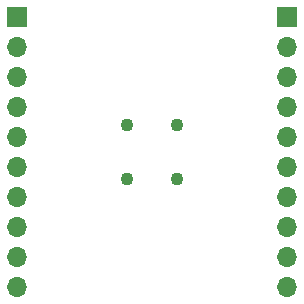
<source format=gbr>
%TF.GenerationSoftware,KiCad,Pcbnew,7.0.5-0*%
%TF.CreationDate,2023-08-22T15:56:52-04:00*%
%TF.ProjectId,SiPM chip carrier,5369504d-2063-4686-9970-206361727269,rev?*%
%TF.SameCoordinates,Original*%
%TF.FileFunction,Soldermask,Top*%
%TF.FilePolarity,Negative*%
%FSLAX46Y46*%
G04 Gerber Fmt 4.6, Leading zero omitted, Abs format (unit mm)*
G04 Created by KiCad (PCBNEW 7.0.5-0) date 2023-08-22 15:56:52*
%MOMM*%
%LPD*%
G01*
G04 APERTURE LIST*
%ADD10C,1.100000*%
%ADD11R,1.700000X1.700000*%
%ADD12O,1.700000X1.700000*%
G04 APERTURE END LIST*
D10*
%TO.C,D1*%
X52138000Y-52338000D03*
X52138000Y-47738000D03*
X47938000Y-47738000D03*
X47938000Y-52338000D03*
%TD*%
D11*
%TO.C,J2*%
X61468000Y-38608000D03*
D12*
X61468000Y-41148000D03*
X61468000Y-43688000D03*
X61468000Y-46228000D03*
X61468000Y-48768000D03*
X61468000Y-51308000D03*
X61468000Y-53848000D03*
X61468000Y-56388000D03*
X61468000Y-58928000D03*
X61468000Y-61468000D03*
%TD*%
D11*
%TO.C,J1*%
X38608000Y-38608000D03*
D12*
X38608000Y-41148000D03*
X38608000Y-43688000D03*
X38608000Y-46228000D03*
X38608000Y-48768000D03*
X38608000Y-51308000D03*
X38608000Y-53848000D03*
X38608000Y-56388000D03*
X38608000Y-58928000D03*
X38608000Y-61468000D03*
%TD*%
M02*

</source>
